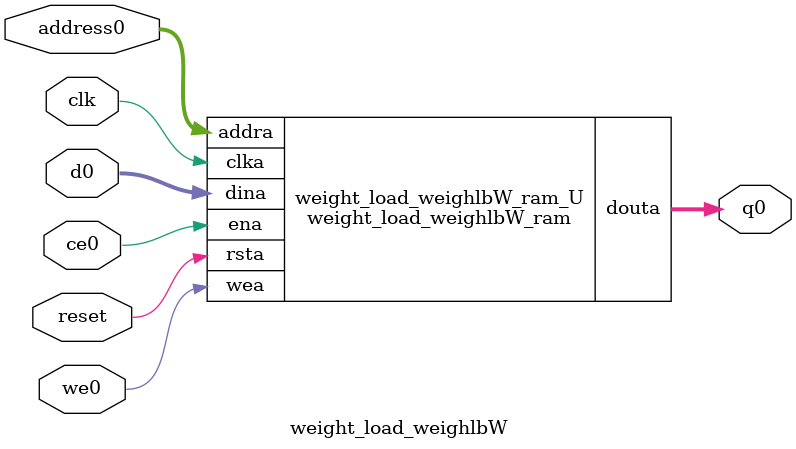
<source format=v>

`timescale 1ps/1ps
module weight_load_weighlbW_ram # (

  // Common module parameters
  parameter integer                 MEMORY_SIZE        = 1179648,
  parameter                         MEMORY_PRIMITIVE   = "ultra",
  parameter                         ECC_MODE           = "no_ecc",
  parameter                         MEMORY_INIT_FILE   = "none",
  parameter                         WAKEUP_TIME        = "disable_sleep",
  parameter integer                 MESSAGE_CONTROL    = 0,

  // Port A module parameters
  parameter integer                 WRITE_DATA_WIDTH_A = 512,
  parameter integer                 READ_DATA_WIDTH_A  = WRITE_DATA_WIDTH_A,
  parameter integer                 BYTE_WRITE_WIDTH_A = WRITE_DATA_WIDTH_A,
  parameter integer                 ADDR_WIDTH_A       = 12,
  parameter                         READ_RESET_VALUE_A = "0",
  parameter integer                 READ_LATENCY_A     = 2,
  parameter                         WRITE_MODE_A       = "read_first"

) (

  // Port A module ports
  input  wire                                               clka,
  input  wire                                               rsta,
  input  wire                                               ena,
  input  wire [(WRITE_DATA_WIDTH_A/BYTE_WRITE_WIDTH_A)-1:0] wea,
  input  wire [ADDR_WIDTH_A-1:0]                            addra,
  input  wire [WRITE_DATA_WIDTH_A-1:0]                      dina,
  output wire [READ_DATA_WIDTH_A-1:0]                       douta

);

// Set parameter values and connect ports to instantiate an XPM_MEMORY single port RAM configuration
xpm_memory_spram # (

  // Common module parameters
  .MEMORY_SIZE        (MEMORY_SIZE),   //positive integer
  .MEMORY_PRIMITIVE   (MEMORY_PRIMITIVE),      //string; "auto", "distributed", "block" or "ultra";
  .ECC_MODE           (ECC_MODE),      //do not change
  .MEMORY_INIT_FILE   (MEMORY_INIT_FILE), //string; "none" or "<filename>.mem" 
  .MEMORY_INIT_PARAM  (""), //string;
  .WAKEUP_TIME        (WAKEUP_TIME),      //string; "disable_sleep" or "use_sleep_pin"
  .MESSAGE_CONTROL    (MESSAGE_CONTROL),      //do not change

  // Port A module parameters
  .WRITE_DATA_WIDTH_A (WRITE_DATA_WIDTH_A),     //positive integer
  .READ_DATA_WIDTH_A  (READ_DATA_WIDTH_A),     //positive integer
  .BYTE_WRITE_WIDTH_A (BYTE_WRITE_WIDTH_A),     //integer; 8, 9, or WRITE_DATA_WIDTH_A value
  .ADDR_WIDTH_A       (ADDR_WIDTH_A),      //positive integer
  .READ_RESET_VALUE_A (READ_RESET_VALUE_A),  //string
  .READ_LATENCY_A     (READ_LATENCY_A),      //non-negative integer
  .WRITE_MODE_A       (WRITE_MODE_A)       //string; "write_first", "read_first", "no_change"

) xpm_memory_spram_inst (

  // Common module ports
  .sleep          (1'b0),  //do not change

  // Port A module ports
  .clka           (clka),
  .rsta           (rsta),
  .ena            (ena),
  .regcea         (ena),
  .wea            (wea),
  .addra          (addra),
  .dina           (dina),
  .injectsbiterra (1'b0),  //do not change
  .injectdbiterra (1'b0),  //do not change
  .douta          (douta),
  .sbiterra       (),      //do not change
  .dbiterra       ()       //do not change

);

endmodule : weight_load_weighlbW_ram
`timescale 1 ns / 1 ps
module weight_load_weighlbW(
    reset,
    clk,
    address0,
    ce0,
    we0,
    d0,
    q0);

parameter DataWidth = 32'd512;
parameter AddressRange = 32'd2304;
parameter AddressWidth = 32'd12;
input reset;
input clk;
input[AddressWidth - 1:0] address0;
input ce0;
input we0;
input[DataWidth - 1:0] d0;
output[DataWidth - 1:0] q0;



weight_load_weighlbW_ram weight_load_weighlbW_ram_U(
    .clka( clk ),
    .rsta( reset ),
    .addra( address0 ),
    .ena( ce0 ),
    .dina( d0 ),
    .wea( we0 ),
    .douta( q0 ));

endmodule


</source>
